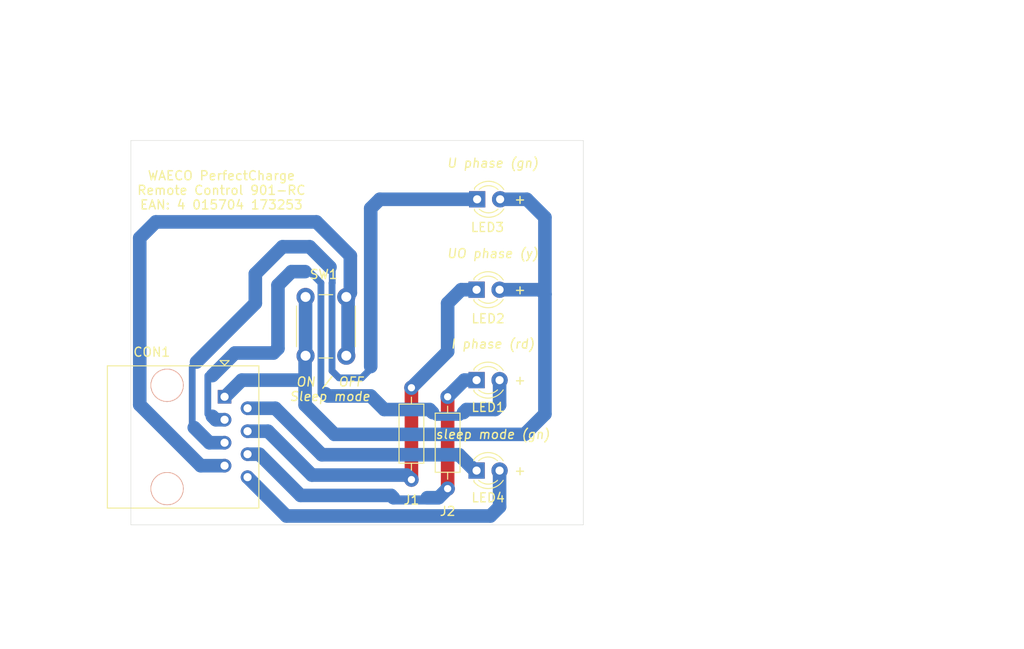
<source format=kicad_pcb>
(kicad_pcb (version 20171130) (host pcbnew 5.1.10)

  (general
    (thickness 1.6)
    (drawings 24)
    (tracks 95)
    (zones 0)
    (modules 10)
    (nets 9)
  )

  (page A4)
  (title_block
    (title "WAECO PerfectCharge Remote Control")
  )

  (layers
    (0 F.Cu signal)
    (31 B.Cu signal)
    (32 B.Adhes user)
    (33 F.Adhes user)
    (34 B.Paste user)
    (35 F.Paste user)
    (36 B.SilkS user)
    (37 F.SilkS user)
    (38 B.Mask user)
    (39 F.Mask user)
    (40 Dwgs.User user)
    (41 Cmts.User user)
    (42 Eco1.User user)
    (43 Eco2.User user)
    (44 Edge.Cuts user)
    (45 Margin user)
    (46 B.CrtYd user)
    (47 F.CrtYd user)
    (48 B.Fab user)
    (49 F.Fab user)
  )

  (setup
    (last_trace_width 1.5)
    (user_trace_width 0.75)
    (trace_clearance 0.2)
    (zone_clearance 0.508)
    (zone_45_only no)
    (trace_min 0.2)
    (via_size 0.8)
    (via_drill 0.4)
    (via_min_size 0.4)
    (via_min_drill 0.3)
    (uvia_size 0.3)
    (uvia_drill 0.1)
    (uvias_allowed no)
    (uvia_min_size 0.2)
    (uvia_min_drill 0.1)
    (edge_width 0.05)
    (segment_width 0.2)
    (pcb_text_width 0.3)
    (pcb_text_size 1.5 1.5)
    (mod_edge_width 0.12)
    (mod_text_size 1 1)
    (mod_text_width 0.15)
    (pad_size 1.524 1.524)
    (pad_drill 0.762)
    (pad_to_mask_clearance 0)
    (aux_axis_origin 75 145)
    (grid_origin 75 145)
    (visible_elements FFFFFF7F)
    (pcbplotparams
      (layerselection 0x010fc_ffffffff)
      (usegerberextensions true)
      (usegerberattributes false)
      (usegerberadvancedattributes false)
      (creategerberjobfile false)
      (excludeedgelayer true)
      (linewidth 0.100000)
      (plotframeref false)
      (viasonmask false)
      (mode 1)
      (useauxorigin false)
      (hpglpennumber 1)
      (hpglpenspeed 20)
      (hpglpendiameter 15.000000)
      (psnegative false)
      (psa4output false)
      (plotreference true)
      (plotvalue true)
      (plotinvisibletext false)
      (padsonsilk false)
      (subtractmaskfromsilk true)
      (outputformat 1)
      (mirror false)
      (drillshape 0)
      (scaleselection 1)
      (outputdirectory "plot/"))
  )

  (net 0 "")
  (net 1 "Net-(CON1-Pad1)")
  (net 2 "Net-(CON1-Pad2)")
  (net 3 "Net-(CON1-Pad3)")
  (net 4 "Net-(CON1-Pad4)")
  (net 5 "Net-(CON1-Pad5)")
  (net 6 "Net-(CON1-Pad6)")
  (net 7 "Net-(CON1-Pad7)")
  (net 8 "Net-(CON1-Pad8)")

  (net_class Default "This is the default net class."
    (clearance 0.2)
    (trace_width 1.5)
    (via_dia 0.8)
    (via_drill 0.4)
    (uvia_dia 0.3)
    (uvia_drill 0.1)
    (add_net "Net-(CON1-Pad1)")
    (add_net "Net-(CON1-Pad2)")
    (add_net "Net-(CON1-Pad3)")
    (add_net "Net-(CON1-Pad4)")
    (add_net "Net-(CON1-Pad5)")
    (add_net "Net-(CON1-Pad6)")
    (add_net "Net-(CON1-Pad7)")
    (add_net "Net-(CON1-Pad8)")
  )

  (module MountingHole:MountingHole_3.2mm_M3 (layer F.Cu) (tedit 56D1B4CB) (tstamp 612D1EB5)
    (at 105.5 123)
    (descr "Mounting Hole 3.2mm, no annular, M3")
    (tags "mounting hole 3.2mm no annular m3")
    (path /61305355)
    (attr virtual)
    (fp_text reference H2 (at 0 -4.2) (layer F.SilkS) hide
      (effects (font (size 1 1) (thickness 0.15)))
    )
    (fp_text value MountingHole (at 0 4.2) (layer F.Fab) hide
      (effects (font (size 1 1) (thickness 0.15)))
    )
    (fp_text user %R (at 0.3 0) (layer F.Fab) hide
      (effects (font (size 1 1) (thickness 0.15)))
    )
    (fp_circle (center 0 0) (end 3.2 0) (layer Cmts.User) (width 0.15))
    (fp_circle (center 0 0) (end 3.45 0) (layer F.CrtYd) (width 0.05))
    (pad 1 np_thru_hole circle (at 0 0) (size 3.2 3.2) (drill 3.2) (layers *.Cu *.Mask))
  )

  (module MountingHole:MountingHole_3.2mm_M3 (layer F.Cu) (tedit 56D1B4CB) (tstamp 612D202A)
    (at 80.5 123)
    (descr "Mounting Hole 3.2mm, no annular, M3")
    (tags "mounting hole 3.2mm no annular m3")
    (path /61304E25)
    (attr virtual)
    (fp_text reference H1 (at 0 -4.2) (layer F.SilkS) hide
      (effects (font (size 1 1) (thickness 0.15)))
    )
    (fp_text value MountingHole (at 0 4.2) (layer F.Fab) hide
      (effects (font (size 1 1) (thickness 0.15)))
    )
    (fp_text user %R (at 0.3 0) (layer F.Fab) hide
      (effects (font (size 1 1) (thickness 0.15)))
    )
    (fp_circle (center 0 0) (end 3.2 0) (layer Cmts.User) (width 0.15))
    (fp_circle (center 0 0) (end 3.45 0) (layer F.CrtYd) (width 0.05))
    (pad 1 np_thru_hole circle (at 0 0) (size 3.2 3.2) (drill 3.2) (layers *.Cu *.Mask))
  )

  (module Button_Switch_THT:SW_PUSH_6mm_H13mm (layer F.Cu) (tedit 5A02FE31) (tstamp 612CFCF5)
    (at 94.3 126.3 90)
    (descr "tactile push button, 6x6mm e.g. PHAP33xx series, height=13mm")
    (tags "tact sw push 6mm")
    (path /612D88E5)
    (fp_text reference SW1 (at 9 2 180) (layer F.SilkS)
      (effects (font (size 1 1) (thickness 0.15)))
    )
    (fp_text value SW_Push (at 3.75 6.7 90) (layer F.Fab)
      (effects (font (size 1 1) (thickness 0.15)))
    )
    (fp_circle (center 3.25 2.25) (end 1.25 2.5) (layer F.Fab) (width 0.1))
    (fp_line (start 6.75 3) (end 6.75 1.5) (layer F.SilkS) (width 0.12))
    (fp_line (start 5.5 -1) (end 1 -1) (layer F.SilkS) (width 0.12))
    (fp_line (start -0.25 1.5) (end -0.25 3) (layer F.SilkS) (width 0.12))
    (fp_line (start 1 5.5) (end 5.5 5.5) (layer F.SilkS) (width 0.12))
    (fp_line (start 8 -1.25) (end 8 5.75) (layer F.CrtYd) (width 0.05))
    (fp_line (start 7.75 6) (end -1.25 6) (layer F.CrtYd) (width 0.05))
    (fp_line (start -1.5 5.75) (end -1.5 -1.25) (layer F.CrtYd) (width 0.05))
    (fp_line (start -1.25 -1.5) (end 7.75 -1.5) (layer F.CrtYd) (width 0.05))
    (fp_line (start -1.5 6) (end -1.25 6) (layer F.CrtYd) (width 0.05))
    (fp_line (start -1.5 5.75) (end -1.5 6) (layer F.CrtYd) (width 0.05))
    (fp_line (start -1.5 -1.5) (end -1.25 -1.5) (layer F.CrtYd) (width 0.05))
    (fp_line (start -1.5 -1.25) (end -1.5 -1.5) (layer F.CrtYd) (width 0.05))
    (fp_line (start 8 -1.5) (end 8 -1.25) (layer F.CrtYd) (width 0.05))
    (fp_line (start 7.75 -1.5) (end 8 -1.5) (layer F.CrtYd) (width 0.05))
    (fp_line (start 8 6) (end 8 5.75) (layer F.CrtYd) (width 0.05))
    (fp_line (start 7.75 6) (end 8 6) (layer F.CrtYd) (width 0.05))
    (fp_line (start 0.25 -0.75) (end 3.25 -0.75) (layer F.Fab) (width 0.1))
    (fp_line (start 0.25 5.25) (end 0.25 -0.75) (layer F.Fab) (width 0.1))
    (fp_line (start 6.25 5.25) (end 0.25 5.25) (layer F.Fab) (width 0.1))
    (fp_line (start 6.25 -0.75) (end 6.25 5.25) (layer F.Fab) (width 0.1))
    (fp_line (start 3.25 -0.75) (end 6.25 -0.75) (layer F.Fab) (width 0.1))
    (fp_text user %R (at 3.25 2.25 90) (layer F.Fab)
      (effects (font (size 1 1) (thickness 0.15)))
    )
    (pad 1 thru_hole circle (at 6.5 0 180) (size 2 2) (drill 1.1) (layers *.Cu *.Mask)
      (net 1 "Net-(CON1-Pad1)"))
    (pad 2 thru_hole circle (at 6.5 4.5 180) (size 2 2) (drill 1.1) (layers *.Cu *.Mask)
      (net 7 "Net-(CON1-Pad7)"))
    (pad 1 thru_hole circle (at 0 0 180) (size 2 2) (drill 1.1) (layers *.Cu *.Mask)
      (net 1 "Net-(CON1-Pad1)"))
    (pad 2 thru_hole circle (at 0 4.5 180) (size 2 2) (drill 1.1) (layers *.Cu *.Mask)
      (net 7 "Net-(CON1-Pad7)"))
    (model ${KISYS3DMOD}/Button_Switch_THT.3dshapes/SW_PUSH_6mm_H13mm.wrl
      (at (xyz 0 0 0))
      (scale (xyz 1 1 1))
      (rotate (xyz 0 0 0))
    )
  )

  (module LED_THT:LED_D3.0mm (layer F.Cu) (tedit 587A3A7B) (tstamp 612CF13C)
    (at 113.2 139)
    (descr "LED, diameter 3.0mm, 2 pins")
    (tags "LED diameter 3.0mm 2 pins")
    (path /612D8540)
    (fp_text reference LED4 (at 1.27 3) (layer F.SilkS)
      (effects (font (size 1 1) (thickness 0.15)))
    )
    (fp_text value "green 3mm" (at -5.2 -3) (layer F.Fab)
      (effects (font (size 1 1) (thickness 0.15)))
    )
    (fp_line (start 3.7 -2.25) (end -1.15 -2.25) (layer F.CrtYd) (width 0.05))
    (fp_line (start 3.7 2.25) (end 3.7 -2.25) (layer F.CrtYd) (width 0.05))
    (fp_line (start -1.15 2.25) (end 3.7 2.25) (layer F.CrtYd) (width 0.05))
    (fp_line (start -1.15 -2.25) (end -1.15 2.25) (layer F.CrtYd) (width 0.05))
    (fp_line (start -0.29 1.08) (end -0.29 1.236) (layer F.SilkS) (width 0.12))
    (fp_line (start -0.29 -1.236) (end -0.29 -1.08) (layer F.SilkS) (width 0.12))
    (fp_line (start -0.23 -1.16619) (end -0.23 1.16619) (layer F.Fab) (width 0.1))
    (fp_circle (center 1.27 0) (end 2.77 0) (layer F.Fab) (width 0.1))
    (fp_arc (start 1.27 0) (end 0.229039 1.08) (angle -87.9) (layer F.SilkS) (width 0.12))
    (fp_arc (start 1.27 0) (end 0.229039 -1.08) (angle 87.9) (layer F.SilkS) (width 0.12))
    (fp_arc (start 1.27 0) (end -0.29 1.235516) (angle -108.8) (layer F.SilkS) (width 0.12))
    (fp_arc (start 1.27 0) (end -0.29 -1.235516) (angle 108.8) (layer F.SilkS) (width 0.12))
    (fp_arc (start 1.27 0) (end -0.23 -1.16619) (angle 284.3) (layer F.Fab) (width 0.1))
    (pad 2 thru_hole circle (at 2.54 0) (size 1.8 1.8) (drill 0.9) (layers *.Cu *.Mask)
      (net 8 "Net-(CON1-Pad8)"))
    (pad 1 thru_hole rect (at 0 0) (size 1.8 1.8) (drill 0.9) (layers *.Cu *.Mask)
      (net 2 "Net-(CON1-Pad2)"))
    (model ${KISYS3DMOD}/LED_THT.3dshapes/LED_D3.0mm.wrl
      (at (xyz 0 0 0))
      (scale (xyz 1 1 1))
      (rotate (xyz 0 0 0))
    )
  )

  (module LED_THT:LED_D3.0mm (layer F.Cu) (tedit 587A3A7B) (tstamp 612CF129)
    (at 113.26 109)
    (descr "LED, diameter 3.0mm, 2 pins")
    (tags "LED diameter 3.0mm 2 pins")
    (path /612D7B6E)
    (fp_text reference LED3 (at 1.14 3.1) (layer F.SilkS)
      (effects (font (size 1 1) (thickness 0.15)))
    )
    (fp_text value "green 3mm" (at -5.26 -3) (layer F.Fab)
      (effects (font (size 1 1) (thickness 0.15)))
    )
    (fp_line (start 3.7 -2.25) (end -1.15 -2.25) (layer F.CrtYd) (width 0.05))
    (fp_line (start 3.7 2.25) (end 3.7 -2.25) (layer F.CrtYd) (width 0.05))
    (fp_line (start -1.15 2.25) (end 3.7 2.25) (layer F.CrtYd) (width 0.05))
    (fp_line (start -1.15 -2.25) (end -1.15 2.25) (layer F.CrtYd) (width 0.05))
    (fp_line (start -0.29 1.08) (end -0.29 1.236) (layer F.SilkS) (width 0.12))
    (fp_line (start -0.29 -1.236) (end -0.29 -1.08) (layer F.SilkS) (width 0.12))
    (fp_line (start -0.23 -1.16619) (end -0.23 1.16619) (layer F.Fab) (width 0.1))
    (fp_circle (center 1.27 0) (end 2.77 0) (layer F.Fab) (width 0.1))
    (fp_arc (start 1.27 0) (end 0.229039 1.08) (angle -87.9) (layer F.SilkS) (width 0.12))
    (fp_arc (start 1.27 0) (end 0.229039 -1.08) (angle 87.9) (layer F.SilkS) (width 0.12))
    (fp_arc (start 1.27 0) (end -0.29 1.235516) (angle -108.8) (layer F.SilkS) (width 0.12))
    (fp_arc (start 1.27 0) (end -0.29 -1.235516) (angle 108.8) (layer F.SilkS) (width 0.12))
    (fp_arc (start 1.27 0) (end -0.23 -1.16619) (angle 284.3) (layer F.Fab) (width 0.1))
    (pad 2 thru_hole circle (at 2.54 0) (size 1.8 1.8) (drill 0.9) (layers *.Cu *.Mask)
      (net 1 "Net-(CON1-Pad1)"))
    (pad 1 thru_hole rect (at 0 0) (size 1.8 1.8) (drill 0.9) (layers *.Cu *.Mask)
      (net 5 "Net-(CON1-Pad5)"))
    (model ${KISYS3DMOD}/LED_THT.3dshapes/LED_D3.0mm.wrl
      (at (xyz 0 0 0))
      (scale (xyz 1 1 1))
      (rotate (xyz 0 0 0))
    )
  )

  (module LED_THT:LED_D3.0mm (layer F.Cu) (tedit 587A3A7B) (tstamp 612CF116)
    (at 113.2 119)
    (descr "LED, diameter 3.0mm, 2 pins")
    (tags "LED diameter 3.0mm 2 pins")
    (path /612D8068)
    (fp_text reference LED2 (at 1.27 3.2) (layer F.SilkS)
      (effects (font (size 1 1) (thickness 0.15)))
    )
    (fp_text value "yellow 3mm" (at -5.2 -3) (layer F.Fab)
      (effects (font (size 1 1) (thickness 0.15)))
    )
    (fp_line (start 3.7 -2.25) (end -1.15 -2.25) (layer F.CrtYd) (width 0.05))
    (fp_line (start 3.7 2.25) (end 3.7 -2.25) (layer F.CrtYd) (width 0.05))
    (fp_line (start -1.15 2.25) (end 3.7 2.25) (layer F.CrtYd) (width 0.05))
    (fp_line (start -1.15 -2.25) (end -1.15 2.25) (layer F.CrtYd) (width 0.05))
    (fp_line (start -0.29 1.08) (end -0.29 1.236) (layer F.SilkS) (width 0.12))
    (fp_line (start -0.29 -1.236) (end -0.29 -1.08) (layer F.SilkS) (width 0.12))
    (fp_line (start -0.23 -1.16619) (end -0.23 1.16619) (layer F.Fab) (width 0.1))
    (fp_circle (center 1.27 0) (end 2.77 0) (layer F.Fab) (width 0.1))
    (fp_arc (start 1.27 0) (end 0.229039 1.08) (angle -87.9) (layer F.SilkS) (width 0.12))
    (fp_arc (start 1.27 0) (end 0.229039 -1.08) (angle 87.9) (layer F.SilkS) (width 0.12))
    (fp_arc (start 1.27 0) (end -0.29 1.235516) (angle -108.8) (layer F.SilkS) (width 0.12))
    (fp_arc (start 1.27 0) (end -0.29 -1.235516) (angle 108.8) (layer F.SilkS) (width 0.12))
    (fp_arc (start 1.27 0) (end -0.23 -1.16619) (angle 284.3) (layer F.Fab) (width 0.1))
    (pad 2 thru_hole circle (at 2.54 0) (size 1.8 1.8) (drill 0.9) (layers *.Cu *.Mask)
      (net 1 "Net-(CON1-Pad1)"))
    (pad 1 thru_hole rect (at 0 0) (size 1.8 1.8) (drill 0.9) (layers *.Cu *.Mask)
      (net 4 "Net-(CON1-Pad4)"))
    (model ${KISYS3DMOD}/LED_THT.3dshapes/LED_D3.0mm.wrl
      (at (xyz 0 0 0))
      (scale (xyz 1 1 1))
      (rotate (xyz 0 0 0))
    )
  )

  (module LED_THT:LED_D3.0mm (layer F.Cu) (tedit 587A3A7B) (tstamp 612CF103)
    (at 113.2 129)
    (descr "LED, diameter 3.0mm, 2 pins")
    (tags "LED diameter 3.0mm 2 pins")
    (path /612D82B2)
    (fp_text reference LED1 (at 1.27 3) (layer F.SilkS)
      (effects (font (size 1 1) (thickness 0.15)))
    )
    (fp_text value "red 3mm" (at -4.2 -3) (layer F.Fab)
      (effects (font (size 1 1) (thickness 0.15)))
    )
    (fp_line (start 3.7 -2.25) (end -1.15 -2.25) (layer F.CrtYd) (width 0.05))
    (fp_line (start 3.7 2.25) (end 3.7 -2.25) (layer F.CrtYd) (width 0.05))
    (fp_line (start -1.15 2.25) (end 3.7 2.25) (layer F.CrtYd) (width 0.05))
    (fp_line (start -1.15 -2.25) (end -1.15 2.25) (layer F.CrtYd) (width 0.05))
    (fp_line (start -0.29 1.08) (end -0.29 1.236) (layer F.SilkS) (width 0.12))
    (fp_line (start -0.29 -1.236) (end -0.29 -1.08) (layer F.SilkS) (width 0.12))
    (fp_line (start -0.23 -1.16619) (end -0.23 1.16619) (layer F.Fab) (width 0.1))
    (fp_circle (center 1.27 0) (end 2.77 0) (layer F.Fab) (width 0.1))
    (fp_arc (start 1.27 0) (end 0.229039 1.08) (angle -87.9) (layer F.SilkS) (width 0.12))
    (fp_arc (start 1.27 0) (end 0.229039 -1.08) (angle 87.9) (layer F.SilkS) (width 0.12))
    (fp_arc (start 1.27 0) (end -0.29 1.235516) (angle -108.8) (layer F.SilkS) (width 0.12))
    (fp_arc (start 1.27 0) (end -0.29 -1.235516) (angle 108.8) (layer F.SilkS) (width 0.12))
    (fp_arc (start 1.27 0) (end -0.23 -1.16619) (angle 284.3) (layer F.Fab) (width 0.1))
    (pad 2 thru_hole circle (at 2.54 0) (size 1.8 1.8) (drill 0.9) (layers *.Cu *.Mask)
      (net 3 "Net-(CON1-Pad3)"))
    (pad 1 thru_hole rect (at 0 0) (size 1.8 1.8) (drill 0.9) (layers *.Cu *.Mask)
      (net 6 "Net-(CON1-Pad6)"))
    (model ${KISYS3DMOD}/LED_THT.3dshapes/LED_D3.0mm.wrl
      (at (xyz 0 0 0))
      (scale (xyz 1 1 1))
      (rotate (xyz 0 0 0))
    )
  )

  (module Resistor_THT:R_Axial_DIN0207_L6.3mm_D2.5mm_P10.16mm_Horizontal (layer F.Cu) (tedit 5AE5139B) (tstamp 612CF0F0)
    (at 110 141 90)
    (descr "Resistor, Axial_DIN0207 series, Axial, Horizontal, pin pitch=10.16mm, 0.25W = 1/4W, length*diameter=6.3*2.5mm^2, http://cdn-reichelt.de/documents/datenblatt/B400/1_4W%23YAG.pdf")
    (tags "Resistor Axial_DIN0207 series Axial Horizontal pin pitch 10.16mm 0.25W = 1/4W length 6.3mm diameter 2.5mm")
    (path /612EB3E0)
    (attr virtual)
    (fp_text reference J2 (at -2.5 0 180) (layer F.SilkS)
      (effects (font (size 1 1) (thickness 0.15)))
    )
    (fp_text value Jumper (at 5.08 2.37 90) (layer F.Fab)
      (effects (font (size 1 1) (thickness 0.15)))
    )
    (fp_line (start 11.21 -1.5) (end -1.05 -1.5) (layer F.CrtYd) (width 0.05))
    (fp_line (start 11.21 1.5) (end 11.21 -1.5) (layer F.CrtYd) (width 0.05))
    (fp_line (start -1.05 1.5) (end 11.21 1.5) (layer F.CrtYd) (width 0.05))
    (fp_line (start -1.05 -1.5) (end -1.05 1.5) (layer F.CrtYd) (width 0.05))
    (fp_line (start 9.12 0) (end 8.35 0) (layer F.SilkS) (width 0.12))
    (fp_line (start 1.04 0) (end 1.81 0) (layer F.SilkS) (width 0.12))
    (fp_line (start 8.35 -1.37) (end 1.81 -1.37) (layer F.SilkS) (width 0.12))
    (fp_line (start 8.35 1.37) (end 8.35 -1.37) (layer F.SilkS) (width 0.12))
    (fp_line (start 1.81 1.37) (end 8.35 1.37) (layer F.SilkS) (width 0.12))
    (fp_line (start 1.81 -1.37) (end 1.81 1.37) (layer F.SilkS) (width 0.12))
    (fp_line (start 10.16 0) (end 8.23 0) (layer F.Fab) (width 0.1))
    (fp_line (start 0 0) (end 1.93 0) (layer F.Fab) (width 0.1))
    (fp_line (start 8.23 -1.25) (end 1.93 -1.25) (layer F.Fab) (width 0.1))
    (fp_line (start 8.23 1.25) (end 8.23 -1.25) (layer F.Fab) (width 0.1))
    (fp_line (start 1.93 1.25) (end 8.23 1.25) (layer F.Fab) (width 0.1))
    (fp_line (start 1.93 -1.25) (end 1.93 1.25) (layer F.Fab) (width 0.1))
    (fp_text user %R (at 5.08 0 90) (layer F.Fab)
      (effects (font (size 1 1) (thickness 0.15)))
    )
    (pad 2 thru_hole oval (at 10.16 0 90) (size 1.6 1.6) (drill 0.8) (layers *.Cu *.Mask)
      (net 6 "Net-(CON1-Pad6)"))
    (pad 1 thru_hole circle (at 0 0 90) (size 1.6 1.6) (drill 0.8) (layers *.Cu *.Mask)
      (net 6 "Net-(CON1-Pad6)"))
    (model ${KISYS3DMOD}/Resistor_THT.3dshapes/R_Axial_DIN0207_L6.3mm_D2.5mm_P10.16mm_Horizontal.wrl
      (at (xyz 0 0 0))
      (scale (xyz 1 1 1))
      (rotate (xyz 0 0 0))
    )
  )

  (module Resistor_THT:R_Axial_DIN0207_L6.3mm_D2.5mm_P10.16mm_Horizontal (layer F.Cu) (tedit 5AE5139B) (tstamp 612CFB44)
    (at 106 140 90)
    (descr "Resistor, Axial_DIN0207 series, Axial, Horizontal, pin pitch=10.16mm, 0.25W = 1/4W, length*diameter=6.3*2.5mm^2, http://cdn-reichelt.de/documents/datenblatt/B400/1_4W%23YAG.pdf")
    (tags "Resistor Axial_DIN0207 series Axial Horizontal pin pitch 10.16mm 0.25W = 1/4W length 6.3mm diameter 2.5mm")
    (path /612EE60C)
    (attr virtual)
    (fp_text reference J1 (at -2.25 0 180) (layer F.SilkS)
      (effects (font (size 1 1) (thickness 0.15)))
    )
    (fp_text value Jumper (at 5.08 2.37 90) (layer F.Fab)
      (effects (font (size 1 1) (thickness 0.15)))
    )
    (fp_line (start 11.21 -1.5) (end -1.05 -1.5) (layer F.CrtYd) (width 0.05))
    (fp_line (start 11.21 1.5) (end 11.21 -1.5) (layer F.CrtYd) (width 0.05))
    (fp_line (start -1.05 1.5) (end 11.21 1.5) (layer F.CrtYd) (width 0.05))
    (fp_line (start -1.05 -1.5) (end -1.05 1.5) (layer F.CrtYd) (width 0.05))
    (fp_line (start 9.12 0) (end 8.35 0) (layer F.SilkS) (width 0.12))
    (fp_line (start 1.04 0) (end 1.81 0) (layer F.SilkS) (width 0.12))
    (fp_line (start 8.35 -1.37) (end 1.81 -1.37) (layer F.SilkS) (width 0.12))
    (fp_line (start 8.35 1.37) (end 8.35 -1.37) (layer F.SilkS) (width 0.12))
    (fp_line (start 1.81 1.37) (end 8.35 1.37) (layer F.SilkS) (width 0.12))
    (fp_line (start 1.81 -1.37) (end 1.81 1.37) (layer F.SilkS) (width 0.12))
    (fp_line (start 10.16 0) (end 8.23 0) (layer F.Fab) (width 0.1))
    (fp_line (start 0 0) (end 1.93 0) (layer F.Fab) (width 0.1))
    (fp_line (start 8.23 -1.25) (end 1.93 -1.25) (layer F.Fab) (width 0.1))
    (fp_line (start 8.23 1.25) (end 8.23 -1.25) (layer F.Fab) (width 0.1))
    (fp_line (start 1.93 1.25) (end 8.23 1.25) (layer F.Fab) (width 0.1))
    (fp_line (start 1.93 -1.25) (end 1.93 1.25) (layer F.Fab) (width 0.1))
    (fp_text user %R (at 5.08 0 90) (layer F.Fab)
      (effects (font (size 1 1) (thickness 0.15)))
    )
    (pad 2 thru_hole oval (at 10.16 0 90) (size 1.6 1.6) (drill 0.8) (layers *.Cu *.Mask)
      (net 4 "Net-(CON1-Pad4)"))
    (pad 1 thru_hole circle (at 0 0 90) (size 1.6 1.6) (drill 0.8) (layers *.Cu *.Mask)
      (net 4 "Net-(CON1-Pad4)"))
    (model ${KISYS3DMOD}/Resistor_THT.3dshapes/R_Axial_DIN0207_L6.3mm_D2.5mm_P10.16mm_Horizontal.wrl
      (at (xyz 0 0 0))
      (scale (xyz 1 1 1))
      (rotate (xyz 0 0 0))
    )
  )

  (module Connector_RJ:RJ45_OST_PJ012-8P8CX_Vertical (layer F.Cu) (tedit 5C214F77) (tstamp 612CF0C2)
    (at 85.35 130.84 270)
    (descr "RJ45 vertical connector https://www.on-shore.com/wp-content/uploads/PJ012-8P8CX.pdf")
    (tags "RJ45 PJ012")
    (path /612D487C)
    (fp_text reference CON1 (at -4.94 8.05 180) (layer F.SilkS)
      (effects (font (size 1 1) (thickness 0.15)))
    )
    (fp_text value RJ45 (at 4.59 2.54 270) (layer F.Fab)
      (effects (font (size 1 1) (thickness 0.15)))
    )
    (fp_line (start -4 0.5) (end -3.5 0) (layer F.Fab) (width 0.12))
    (fp_line (start -4 -0.5) (end -4 0.5) (layer F.Fab) (width 0.12))
    (fp_line (start -3.5 0) (end -4 -0.5) (layer F.Fab) (width 0.12))
    (fp_line (start -4 0.5) (end -3.5 0) (layer F.SilkS) (width 0.12))
    (fp_line (start -4 -0.5) (end -4 0.5) (layer F.SilkS) (width 0.12))
    (fp_line (start -3.5 0) (end -4 -0.5) (layer F.SilkS) (width 0.12))
    (fp_line (start 12.3 -3.79) (end -3.42 -3.79) (layer F.SilkS) (width 0.12))
    (fp_line (start -3.42 -3.79) (end -3.42 12.95) (layer F.SilkS) (width 0.12))
    (fp_line (start -3.8 -4.17) (end 12.69 -4.17) (layer F.CrtYd) (width 0.05))
    (fp_line (start -3.8 -4.17) (end -3.8 13.33) (layer F.CrtYd) (width 0.05))
    (fp_line (start 12.31 -3.79) (end 12.31 12.95) (layer F.SilkS) (width 0.12))
    (fp_line (start 12.31 12.95) (end -3.42 12.95) (layer F.SilkS) (width 0.12))
    (fp_line (start 12.69 -4.17) (end 12.69 13.33) (layer F.CrtYd) (width 0.05))
    (fp_line (start -3.8 13.33) (end 12.69 13.33) (layer F.CrtYd) (width 0.05))
    (fp_line (start 12.195 -3.67) (end -3.305 -3.67) (layer F.Fab) (width 0.1))
    (fp_line (start 12.195 -3.67) (end 12.195 12.83) (layer F.Fab) (width 0.1))
    (fp_line (start 12.195 12.83) (end -3.305 12.83) (layer F.Fab) (width 0.1))
    (fp_line (start -3.305 -3.67) (end -3.305 12.83) (layer F.Fab) (width 0.1))
    (fp_text user %R (at 4.7 6.35 90) (layer F.Fab)
      (effects (font (size 1 1) (thickness 0.15)))
    )
    (pad "" np_thru_hole circle (at 10.16 6.35 270) (size 3.65 3.65) (drill 3.45) (layers *.Cu *.SilkS *.Mask))
    (pad "" np_thru_hole circle (at -1.27 6.35 270) (size 3.65 3.65) (drill 3.45) (layers *.Cu *.SilkS *.Mask))
    (pad 1 thru_hole rect (at 0 0 270) (size 1.5 1.5) (drill 0.9) (layers *.Cu *.Mask)
      (net 1 "Net-(CON1-Pad1)"))
    (pad 2 thru_hole circle (at 1.27 -2.54 270) (size 1.5 1.5) (drill 0.9) (layers *.Cu *.Mask)
      (net 2 "Net-(CON1-Pad2)"))
    (pad 3 thru_hole circle (at 2.54 0 270) (size 1.5 1.5) (drill 0.9) (layers *.Cu *.Mask)
      (net 3 "Net-(CON1-Pad3)"))
    (pad 4 thru_hole circle (at 3.81 -2.54 270) (size 1.5 1.5) (drill 0.9) (layers *.Cu *.Mask)
      (net 4 "Net-(CON1-Pad4)"))
    (pad 5 thru_hole circle (at 5.08 0 270) (size 1.5 1.5) (drill 0.9) (layers *.Cu *.Mask)
      (net 5 "Net-(CON1-Pad5)"))
    (pad 6 thru_hole circle (at 6.35 -2.54 270) (size 1.5 1.5) (drill 0.9) (layers *.Cu *.Mask)
      (net 6 "Net-(CON1-Pad6)"))
    (pad 7 thru_hole circle (at 7.62 0 270) (size 1.5 1.5) (drill 0.9) (layers *.Cu *.Mask)
      (net 7 "Net-(CON1-Pad7)"))
    (pad 8 thru_hole circle (at 8.89 -2.54 270) (size 1.5 1.5) (drill 0.9) (layers *.Cu *.Mask)
      (net 8 "Net-(CON1-Pad8)"))
    (model ${KISYS3DMOD}/Connector_RJ.3dshapes/RJ45_OST_PJ012-8P8CX_Vertical.wrl
      (at (xyz 0 0 0))
      (scale (xyz 1 1 1))
      (rotate (xyz 0 0 0))
    )
  )

  (gr_text "Switch height is 15mm\nLED overall height is 16.7mm (12.5mm to top of rim)" (at 131.8 94) (layer Cmts.User)
    (effects (font (size 1 1) (thickness 0.15)) (justify left))
  )
  (gr_text "ON / OFF\nSleep mode" (at 97 130) (layer F.SilkS)
    (effects (font (size 1 1) (thickness 0.15) italic))
  )
  (gr_text "WAECO PerfectCharge\nRemote Control 901-RC\nEAN: 4 015704 173253" (at 85 108) (layer F.SilkS)
    (effects (font (size 1 1) (thickness 0.15)))
  )
  (gr_text + (at 118 139) (layer F.SilkS) (tstamp 612CFFE8)
    (effects (font (size 1 1) (thickness 0.15)))
  )
  (gr_text + (at 118 129) (layer F.SilkS) (tstamp 612CFFE6)
    (effects (font (size 1 1) (thickness 0.15)))
  )
  (gr_text + (at 118 119) (layer F.SilkS) (tstamp 612CFFE4)
    (effects (font (size 1 1) (thickness 0.15)))
  )
  (gr_text + (at 118 109) (layer F.SilkS)
    (effects (font (size 1 1) (thickness 0.15)))
  )
  (gr_text "sleep mode (gn)" (at 115 135) (layer F.SilkS) (tstamp 612CFFCF)
    (effects (font (size 1 1) (thickness 0.15) italic))
  )
  (gr_text "I phase (rd)" (at 115 125) (layer F.SilkS) (tstamp 612CFFCD)
    (effects (font (size 1 1) (thickness 0.15) italic))
  )
  (gr_text "UO phase (y)" (at 115 115) (layer F.SilkS) (tstamp 612CFFCB)
    (effects (font (size 1 1) (thickness 0.15) italic))
  )
  (gr_text "U phase (gn)" (at 115 105) (layer F.SilkS)
    (effects (font (size 1 1) (thickness 0.15) italic))
  )
  (dimension 22 (width 0.15) (layer Dwgs.User)
    (gr_text "22,000 mm" (at 64.2 134 90) (layer Dwgs.User)
      (effects (font (size 1 1) (thickness 0.15)))
    )
    (feature1 (pts (xy 96.9 123) (xy 64.913579 123)))
    (feature2 (pts (xy 96.9 145) (xy 64.913579 145)))
    (crossbar (pts (xy 65.5 145) (xy 65.5 123)))
    (arrow1a (pts (xy 65.5 123) (xy 66.086421 124.126504)))
    (arrow1b (pts (xy 65.5 123) (xy 64.913579 124.126504)))
    (arrow2a (pts (xy 65.5 145) (xy 66.086421 143.873496)))
    (arrow2b (pts (xy 65.5 145) (xy 64.913579 143.873496)))
  )
  (dimension 21.5 (width 0.15) (layer Dwgs.User) (tstamp 612D02EB)
    (gr_text "21,500 mm" (at 85.75 95.8) (layer Dwgs.User) (tstamp 612D02EB)
      (effects (font (size 1 1) (thickness 0.15)))
    )
    (feature1 (pts (xy 96.5 123.1) (xy 96.5 96.513579)))
    (feature2 (pts (xy 75 123.1) (xy 75 96.513579)))
    (crossbar (pts (xy 75 97.1) (xy 96.5 97.1)))
    (arrow1a (pts (xy 96.5 97.1) (xy 95.373496 97.686421)))
    (arrow1b (pts (xy 96.5 97.1) (xy 95.373496 96.513579)))
    (arrow2a (pts (xy 75 97.1) (xy 76.126504 97.686421)))
    (arrow2b (pts (xy 75 97.1) (xy 76.126504 96.513579)))
  )
  (dimension 6 (width 0.15) (layer Dwgs.User)
    (gr_text "    6,000 mm" (at 133 142 90) (layer Dwgs.User)
      (effects (font (size 1 1) (thickness 0.15)))
    )
    (feature1 (pts (xy 114.5 139) (xy 132.286421 139)))
    (feature2 (pts (xy 114.5 145) (xy 132.286421 145)))
    (crossbar (pts (xy 131.7 145) (xy 131.7 139)))
    (arrow1a (pts (xy 131.7 139) (xy 132.286421 140.126504)))
    (arrow1b (pts (xy 131.7 139) (xy 131.113579 140.126504)))
    (arrow2a (pts (xy 131.7 145) (xy 132.286421 143.873496)))
    (arrow2b (pts (xy 131.7 145) (xy 131.113579 143.873496)))
  )
  (dimension 36 (width 0.15) (layer Dwgs.User)
    (gr_text "36,000 mm" (at 146.6 127 90) (layer Dwgs.User)
      (effects (font (size 1 1) (thickness 0.15)))
    )
    (feature1 (pts (xy 114.5 109) (xy 145.886421 109)))
    (feature2 (pts (xy 114.5 145) (xy 145.886421 145)))
    (crossbar (pts (xy 145.3 145) (xy 145.3 109)))
    (arrow1a (pts (xy 145.3 109) (xy 145.886421 110.126504)))
    (arrow1b (pts (xy 145.3 109) (xy 144.713579 110.126504)))
    (arrow2a (pts (xy 145.3 145) (xy 145.886421 143.873496)))
    (arrow2b (pts (xy 145.3 145) (xy 144.713579 143.873496)))
  )
  (dimension 16 (width 0.15) (layer Dwgs.User)
    (gr_text "16,000 mm" (at 137.4 137 90) (layer Dwgs.User)
      (effects (font (size 1 1) (thickness 0.15)))
    )
    (feature1 (pts (xy 114.5 129) (xy 136.686421 129)))
    (feature2 (pts (xy 114.5 145) (xy 136.686421 145)))
    (crossbar (pts (xy 136.1 145) (xy 136.1 129)))
    (arrow1a (pts (xy 136.1 129) (xy 136.686421 130.126504)))
    (arrow1b (pts (xy 136.1 129) (xy 135.513579 130.126504)))
    (arrow2a (pts (xy 136.1 145) (xy 136.686421 143.873496)))
    (arrow2b (pts (xy 136.1 145) (xy 135.513579 143.873496)))
  )
  (dimension 26 (width 0.15) (layer Dwgs.User)
    (gr_text "26,000 mm" (at 141.7 132 90) (layer Dwgs.User)
      (effects (font (size 1 1) (thickness 0.15)))
    )
    (feature1 (pts (xy 114.5 119) (xy 140.986421 119)))
    (feature2 (pts (xy 114.5 145) (xy 140.986421 145)))
    (crossbar (pts (xy 140.4 145) (xy 140.4 119)))
    (arrow1a (pts (xy 140.4 119) (xy 140.986421 120.126504)))
    (arrow1b (pts (xy 140.4 119) (xy 139.813579 120.126504)))
    (arrow2a (pts (xy 140.4 145) (xy 140.986421 143.873496)))
    (arrow2b (pts (xy 140.4 145) (xy 139.813579 143.873496)))
  )
  (dimension 39.5 (width 0.12) (layer Dwgs.User)
    (gr_text "39,500 mm" (at 94.75 159.37) (layer Dwgs.User)
      (effects (font (size 1 1) (thickness 0.15)))
    )
    (feature1 (pts (xy 114.5 102.5) (xy 114.5 158.686421)))
    (feature2 (pts (xy 75 102.5) (xy 75 158.686421)))
    (crossbar (pts (xy 75 158.1) (xy 114.5 158.1)))
    (arrow1a (pts (xy 114.5 158.1) (xy 113.373496 158.686421)))
    (arrow1b (pts (xy 114.5 158.1) (xy 113.373496 157.513579)))
    (arrow2a (pts (xy 75 158.1) (xy 76.126504 158.686421)))
    (arrow2b (pts (xy 75 158.1) (xy 76.126504 157.513579)))
  )
  (dimension 30.500164 (width 0.15) (layer Dwgs.User)
    (gr_text "30,500 mm" (at 90.366036 87.658898 359.8121457) (layer Dwgs.User)
      (effects (font (size 1 1) (thickness 0.15)))
    )
    (feature1 (pts (xy 105.5 123.1) (xy 105.613697 88.422474)))
    (feature2 (pts (xy 75 123) (xy 75.113697 88.322474)))
    (crossbar (pts (xy 75.111774 88.908891) (xy 105.611774 89.008891)))
    (arrow1a (pts (xy 105.611774 89.008891) (xy 104.483354 89.591615)))
    (arrow1b (pts (xy 105.611774 89.008891) (xy 104.487199 88.41878)))
    (arrow2a (pts (xy 75.111774 88.908891) (xy 76.236349 89.499002)))
    (arrow2b (pts (xy 75.111774 88.908891) (xy 76.240194 88.326167)))
  )
  (dimension 5.5 (width 0.15) (layer Dwgs.User) (tstamp 612D02FD)
    (gr_text "     5,500 mm" (at 77.75 99.3) (layer Dwgs.User) (tstamp 612D02FD)
      (effects (font (size 1 1) (thickness 0.15)))
    )
    (feature1 (pts (xy 80.5 123) (xy 80.5 100.013579)))
    (feature2 (pts (xy 75 123) (xy 75 100.013579)))
    (crossbar (pts (xy 75 100.6) (xy 80.5 100.6)))
    (arrow1a (pts (xy 80.5 100.6) (xy 79.373496 101.186421)))
    (arrow1b (pts (xy 80.5 100.6) (xy 79.373496 100.013579)))
    (arrow2a (pts (xy 75 100.6) (xy 76.126504 101.186421)))
    (arrow2b (pts (xy 75 100.6) (xy 76.126504 100.013579)))
  )
  (gr_line (start 75 102.5) (end 75 145) (layer Edge.Cuts) (width 0.05) (tstamp 612CF749))
  (gr_line (start 125 102.5) (end 75 102.5) (layer Edge.Cuts) (width 0.05))
  (gr_line (start 125 145) (end 125 102.5) (layer Edge.Cuts) (width 0.05))
  (gr_line (start 75 145) (end 125 145) (layer Edge.Cuts) (width 0.05))

  (segment (start 94.25 126.35) (end 94.3 126.3) (width 0.25) (layer B.Cu) (net 1))
  (segment (start 94.25 129) (end 94.25 126.35) (width 1.5) (layer B.Cu) (net 1))
  (segment (start 87.25 129) (end 94.25 129) (width 1.5) (layer B.Cu) (net 1))
  (segment (start 85.41 130.84) (end 87.25 129) (width 1.5) (layer B.Cu) (net 1))
  (segment (start 85.35 130.84) (end 85.41 130.84) (width 0.25) (layer B.Cu) (net 1))
  (segment (start 118.75 109) (end 115.8 109) (width 1.5) (layer B.Cu) (net 1))
  (segment (start 120.75 111) (end 118.75 109) (width 1.5) (layer B.Cu) (net 1))
  (segment (start 120.25 119) (end 120.75 119.5) (width 1.5) (layer B.Cu) (net 1))
  (segment (start 120.75 119.5) (end 120.75 111) (width 1.5) (layer B.Cu) (net 1))
  (segment (start 115.74 119) (end 120.25 119) (width 1.5) (layer B.Cu) (net 1))
  (segment (start 120.75 132.75) (end 120.75 119.5) (width 1.5) (layer B.Cu) (net 1))
  (segment (start 97.5 135) (end 118.5 135) (width 1.5) (layer B.Cu) (net 1))
  (segment (start 94.25 131.75) (end 97.5 135) (width 1.5) (layer B.Cu) (net 1))
  (segment (start 118.5 135) (end 120.75 132.75) (width 1.5) (layer B.Cu) (net 1))
  (segment (start 94.25 129) (end 94.25 131.75) (width 1.5) (layer B.Cu) (net 1))
  (segment (start 94.3 126.3) (end 94.3 119.8) (width 1.5) (layer B.Cu) (net 1))
  (segment (start 96.095824 137.25) (end 90.955824 132.11) (width 1.5) (layer B.Cu) (net 2))
  (segment (start 90.955824 132.11) (end 87.89 132.11) (width 1.5) (layer B.Cu) (net 2))
  (segment (start 111.25 137.25) (end 96.095824 137.25) (width 1.5) (layer B.Cu) (net 2))
  (segment (start 113 139) (end 111.25 137.25) (width 1.5) (layer B.Cu) (net 2))
  (segment (start 113.2 139) (end 113 139) (width 1.5) (layer B.Cu) (net 2))
  (segment (start 96 118.25) (end 96 130.5) (width 0.75) (layer B.Cu) (net 3))
  (segment (start 94.75 117) (end 96 118.25) (width 0.75) (layer B.Cu) (net 3))
  (segment (start 83.5 128.5) (end 83.5 132.75) (width 0.75) (layer B.Cu) (net 3))
  (segment (start 86.5 126) (end 84 128.5) (width 1.5) (layer B.Cu) (net 3))
  (segment (start 91.25 125.5) (end 90.75 126) (width 1.5) (layer B.Cu) (net 3))
  (segment (start 91.25 118.5) (end 91.25 125.5) (width 1.5) (layer B.Cu) (net 3))
  (segment (start 92.75 117) (end 91.25 118.5) (width 1.5) (layer B.Cu) (net 3))
  (segment (start 90.75 126) (end 86.5 126) (width 1.5) (layer B.Cu) (net 3))
  (segment (start 94.25 117) (end 92.75 117) (width 1.5) (layer B.Cu) (net 3))
  (segment (start 84.38 133.38) (end 85.35 133.38) (width 1.5) (layer B.Cu) (net 3))
  (segment (start 84 133) (end 84.38 133.38) (width 1.5) (layer B.Cu) (net 3))
  (segment (start 112.090001 132.25) (end 115.25 132.25) (width 1.5) (layer B.Cu) (net 3))
  (segment (start 111.75 132.590001) (end 112.090001 132.25) (width 1.5) (layer B.Cu) (net 3))
  (segment (start 103 132.25) (end 108 132.25) (width 1.5) (layer B.Cu) (net 3))
  (segment (start 101.5 130.75) (end 103 132.25) (width 1.5) (layer B.Cu) (net 3))
  (segment (start 108 132.25) (end 108.340001 132.590001) (width 1.5) (layer B.Cu) (net 3))
  (segment (start 96.75 130.75) (end 101.5 130.75) (width 1.5) (layer B.Cu) (net 3))
  (segment (start 115.74 131.76) (end 115.74 129) (width 1.5) (layer B.Cu) (net 3))
  (segment (start 115.25 132.25) (end 115.74 131.76) (width 1.5) (layer B.Cu) (net 3))
  (segment (start 96.5 130.5) (end 96.75 130.75) (width 1.5) (layer B.Cu) (net 3))
  (segment (start 111.340001 133) (end 111.75 132.590001) (width 1) (layer B.Cu) (net 3))
  (segment (start 108.75 133) (end 111.340001 133) (width 1) (layer B.Cu) (net 3))
  (segment (start 108.340001 132.590001) (end 108.75 133) (width 1) (layer B.Cu) (net 3))
  (segment (start 105.5 139.5) (end 106 140) (width 1.5) (layer B.Cu) (net 4))
  (segment (start 95 139.5) (end 105.5 139.5) (width 1.5) (layer B.Cu) (net 4))
  (segment (start 90.15 134.65) (end 95 139.5) (width 1.5) (layer B.Cu) (net 4))
  (segment (start 87.89 134.65) (end 90.15 134.65) (width 1.5) (layer B.Cu) (net 4))
  (segment (start 106 129.84) (end 110 125.84) (width 1.5) (layer B.Cu) (net 4))
  (segment (start 110 125.84) (end 110 120.5) (width 1.5) (layer B.Cu) (net 4))
  (segment (start 111.5 119) (end 113.2 119) (width 1.5) (layer B.Cu) (net 4))
  (segment (start 110 120.5) (end 111.5 119) (width 1.5) (layer B.Cu) (net 4))
  (segment (start 106 129.84) (end 106 140) (width 1.5) (layer F.Cu) (net 4))
  (segment (start 101.5 127.5) (end 101.5 110) (width 1.5) (layer B.Cu) (net 5))
  (segment (start 102.5 109) (end 113.26 109) (width 1.5) (layer B.Cu) (net 5))
  (segment (start 101.5 110) (end 102.5 109) (width 1.5) (layer B.Cu) (net 5))
  (segment (start 100.5 128.75) (end 101.5 127.75) (width 0.75) (layer B.Cu) (net 5))
  (segment (start 98 128.75) (end 100.5 128.75) (width 0.75) (layer B.Cu) (net 5))
  (segment (start 97.224999 127.974999) (end 98 128.75) (width 0.75) (layer B.Cu) (net 5))
  (segment (start 97.224999 118.275001) (end 97.224999 127.974999) (width 0.75) (layer B.Cu) (net 5))
  (segment (start 97.25 118.25) (end 97.224999 118.275001) (width 0.75) (layer B.Cu) (net 5))
  (segment (start 97.25 116.25) (end 97.25 118.25) (width 0.75) (layer B.Cu) (net 5))
  (segment (start 81.775001 134.025001) (end 81.775001 127.474999) (width 0.75) (layer B.Cu) (net 5))
  (segment (start 94.75 114.25) (end 97 116.5) (width 1.5) (layer B.Cu) (net 5))
  (segment (start 91.75 114.25) (end 94.75 114.25) (width 1.5) (layer B.Cu) (net 5))
  (segment (start 88.75 117.25) (end 91.75 114.25) (width 1.5) (layer B.Cu) (net 5))
  (segment (start 88.75 120.5) (end 88.75 117.25) (width 1.5) (layer B.Cu) (net 5))
  (segment (start 82.25 127) (end 88.75 120.5) (width 1.5) (layer B.Cu) (net 5))
  (segment (start 83.67 135.92) (end 82 134.25) (width 1.5) (layer B.Cu) (net 5))
  (segment (start 85.35 135.92) (end 83.67 135.92) (width 1.5) (layer B.Cu) (net 5))
  (segment (start 108.75 142.25) (end 104 142.25) (width 1) (layer B.Cu) (net 6))
  (segment (start 89.19 137.19) (end 87.89 137.19) (width 1.5) (layer B.Cu) (net 6))
  (segment (start 93.75 141.75) (end 89.19 137.19) (width 1.5) (layer B.Cu) (net 6))
  (segment (start 103.75 141.75) (end 93.75 141.75) (width 1.5) (layer B.Cu) (net 6))
  (segment (start 104 142) (end 103.75 141.75) (width 1.5) (layer B.Cu) (net 6))
  (segment (start 109 142) (end 107.75 142) (width 1.5) (layer B.Cu) (net 6))
  (segment (start 110 141) (end 109 142) (width 1.5) (layer B.Cu) (net 6))
  (segment (start 111.84 129) (end 110 130.84) (width 1.5) (layer B.Cu) (net 6))
  (segment (start 113.2 129) (end 111.84 129) (width 1.5) (layer B.Cu) (net 6))
  (segment (start 110 130.84) (end 110 141) (width 1.5) (layer F.Cu) (net 6))
  (segment (start 85.35 138.46) (end 82.71 138.46) (width 1.5) (layer B.Cu) (net 7))
  (segment (start 82.71 138.46) (end 75.97501 131.72501) (width 1.5) (layer B.Cu) (net 7))
  (segment (start 75.97501 131.72501) (end 75.97501 113.27499) (width 1.5) (layer B.Cu) (net 7))
  (segment (start 75.97501 113.27499) (end 77.75 111.5) (width 1.5) (layer B.Cu) (net 7))
  (segment (start 77.75 111.5) (end 95.5 111.5) (width 1.5) (layer B.Cu) (net 7))
  (segment (start 95.5 111.5) (end 99.25 115.25) (width 1.5) (layer B.Cu) (net 7))
  (segment (start 99.25 119.35) (end 98.8 119.8) (width 1.5) (layer B.Cu) (net 7))
  (segment (start 99.25 115.25) (end 99.25 119.35) (width 1.5) (layer B.Cu) (net 7))
  (segment (start 99 120) (end 98.8 119.8) (width 1.5) (layer B.Cu) (net 7))
  (segment (start 99 126.1) (end 99 120) (width 1.5) (layer B.Cu) (net 7))
  (segment (start 98.8 126.3) (end 99 126.1) (width 1.5) (layer B.Cu) (net 7))
  (segment (start 115.74 143.01) (end 115.74 139) (width 1.5) (layer B.Cu) (net 8))
  (segment (start 114.72501 144.02499) (end 115.74 143.01) (width 1.5) (layer B.Cu) (net 8))
  (segment (start 92.18499 144.02499) (end 114.72501 144.02499) (width 1.5) (layer B.Cu) (net 8))
  (segment (start 87.89 139.73) (end 92.18499 144.02499) (width 1.5) (layer B.Cu) (net 8))

)

</source>
